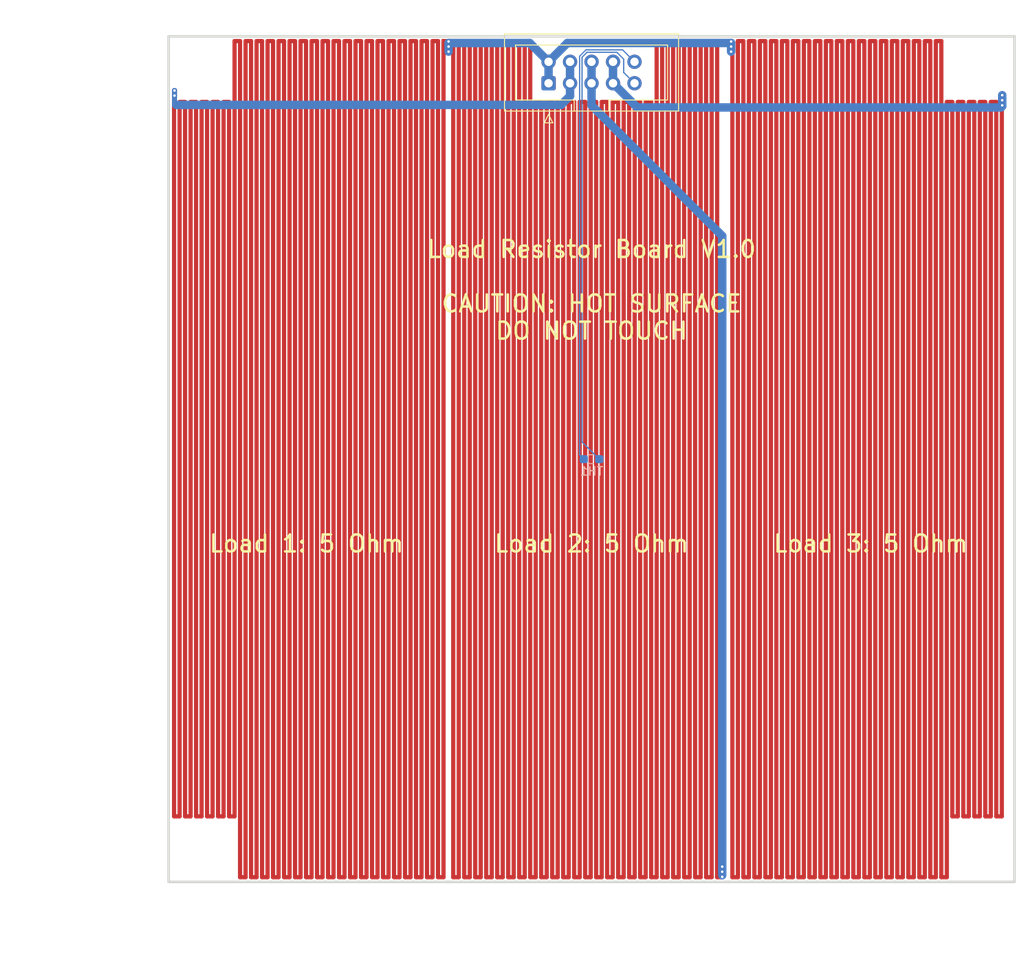
<source format=kicad_pcb>
(kicad_pcb (version 20171130) (host pcbnew "(5.1.10)-1")

  (general
    (thickness 1.6)
    (drawings 10)
    (tracks 350)
    (zones 0)
    (modules 6)
    (nets 4)
  )

  (page A4)
  (layers
    (0 F.Cu signal)
    (31 B.Cu signal)
    (32 B.Adhes user)
    (33 F.Adhes user)
    (34 B.Paste user)
    (35 F.Paste user)
    (36 B.SilkS user)
    (37 F.SilkS user)
    (38 B.Mask user)
    (39 F.Mask user)
    (40 Dwgs.User user)
    (41 Cmts.User user)
    (42 Eco1.User user)
    (43 Eco2.User user)
    (44 Edge.Cuts user)
    (45 Margin user)
    (46 B.CrtYd user)
    (47 F.CrtYd user)
    (48 B.Fab user)
    (49 F.Fab user)
  )

  (setup
    (last_trace_width 0.13)
    (user_trace_width 0.15)
    (user_trace_width 0.5)
    (user_trace_width 0.6)
    (user_trace_width 1)
    (user_trace_width 3)
    (trace_clearance 0.13)
    (zone_clearance 0)
    (zone_45_only no)
    (trace_min 0.13)
    (via_size 0.6)
    (via_drill 0.3)
    (via_min_size 0.6)
    (via_min_drill 0.3)
    (user_via 0.6 0.3)
    (uvia_size 0.3)
    (uvia_drill 0.1)
    (uvias_allowed no)
    (uvia_min_size 0.2)
    (uvia_min_drill 0.1)
    (edge_width 0.05)
    (segment_width 0.2)
    (pcb_text_width 0.3)
    (pcb_text_size 1.5 1.5)
    (mod_edge_width 0.12)
    (mod_text_size 1 1)
    (mod_text_width 0.15)
    (pad_size 1.524 1.524)
    (pad_drill 0.762)
    (pad_to_mask_clearance 0)
    (aux_axis_origin 0 0)
    (visible_elements 7FFFFFFF)
    (pcbplotparams
      (layerselection 0x3f1fc_ffffffff)
      (usegerberextensions false)
      (usegerberattributes true)
      (usegerberadvancedattributes true)
      (creategerberjobfile true)
      (excludeedgelayer true)
      (linewidth 0.100000)
      (plotframeref false)
      (viasonmask true)
      (mode 1)
      (useauxorigin false)
      (hpglpennumber 1)
      (hpglpenspeed 20)
      (hpglpendiameter 15.000000)
      (psnegative false)
      (psa4output false)
      (plotreference true)
      (plotvalue true)
      (plotinvisibletext false)
      (padsonsilk false)
      (subtractmaskfromsilk false)
      (outputformat 1)
      (mirror false)
      (drillshape 0)
      (scaleselection 1)
      (outputdirectory "Gerber/"))
  )

  (net 0 "")
  (net 1 GND)
  (net 2 /NTC_ext)
  (net 3 /Loads)

  (net_class Default "This is the default net class."
    (clearance 0.13)
    (trace_width 0.13)
    (via_dia 0.6)
    (via_drill 0.3)
    (uvia_dia 0.3)
    (uvia_drill 0.1)
    (add_net /Loads)
    (add_net /NTC_ext)
    (add_net GND)
  )

  (module Resistor_SMD:R_0603_1608Metric_Pad0.98x0.95mm_HandSolder (layer B.Cu) (tedit 5F68FEEE) (tstamp 610AD867)
    (at 100 100)
    (descr "Resistor SMD 0603 (1608 Metric), square (rectangular) end terminal, IPC_7351 nominal with elongated pad for handsoldering. (Body size source: IPC-SM-782 page 72, https://www.pcb-3d.com/wordpress/wp-content/uploads/ipc-sm-782a_amendment_1_and_2.pdf), generated with kicad-footprint-generator")
    (tags "resistor handsolder")
    (path /610A81AB)
    (attr smd)
    (fp_text reference TH1 (at 0 1.43) (layer B.SilkS)
      (effects (font (size 1 1) (thickness 0.15)) (justify mirror))
    )
    (fp_text value Thermistor_NTC (at 0 -1.43) (layer B.Fab)
      (effects (font (size 1 1) (thickness 0.15)) (justify mirror))
    )
    (fp_line (start -0.8 -0.4125) (end -0.8 0.4125) (layer B.Fab) (width 0.1))
    (fp_line (start -0.8 0.4125) (end 0.8 0.4125) (layer B.Fab) (width 0.1))
    (fp_line (start 0.8 0.4125) (end 0.8 -0.4125) (layer B.Fab) (width 0.1))
    (fp_line (start 0.8 -0.4125) (end -0.8 -0.4125) (layer B.Fab) (width 0.1))
    (fp_line (start -0.254724 0.5225) (end 0.254724 0.5225) (layer B.SilkS) (width 0.12))
    (fp_line (start -0.254724 -0.5225) (end 0.254724 -0.5225) (layer B.SilkS) (width 0.12))
    (fp_line (start -1.65 -0.73) (end -1.65 0.73) (layer B.CrtYd) (width 0.05))
    (fp_line (start -1.65 0.73) (end 1.65 0.73) (layer B.CrtYd) (width 0.05))
    (fp_line (start 1.65 0.73) (end 1.65 -0.73) (layer B.CrtYd) (width 0.05))
    (fp_line (start 1.65 -0.73) (end -1.65 -0.73) (layer B.CrtYd) (width 0.05))
    (fp_text user %R (at 0 0) (layer B.Fab)
      (effects (font (size 0.4 0.4) (thickness 0.06)) (justify mirror))
    )
    (pad 2 smd roundrect (at 0.9125 0) (size 0.975 0.95) (layers B.Cu B.Paste B.Mask) (roundrect_rratio 0.25)
      (net 2 /NTC_ext))
    (pad 1 smd roundrect (at -0.9125 0) (size 0.975 0.95) (layers B.Cu B.Paste B.Mask) (roundrect_rratio 0.25)
      (net 1 GND))
    (model ${KISYS3DMOD}/Resistor_SMD.3dshapes/R_0603_1608Metric.wrl
      (at (xyz 0 0 0))
      (scale (xyz 1 1 1))
      (rotate (xyz 0 0 0))
    )
  )

  (module Connector_IDC:IDC-Header_2x05_P2.54mm_Vertical (layer F.Cu) (tedit 5EAC9A07) (tstamp 61071B00)
    (at 94.92 55.54 90)
    (descr "Through hole IDC box header, 2x05, 2.54mm pitch, DIN 41651 / IEC 60603-13, double rows, https://docs.google.com/spreadsheets/d/16SsEcesNF15N3Lb4niX7dcUr-NY5_MFPQhobNuNppn4/edit#gid=0")
    (tags "Through hole vertical IDC box header THT 2x05 2.54mm double row")
    (path /61069FAE)
    (fp_text reference J1 (at 1.27 -6.1 90) (layer F.SilkS) hide
      (effects (font (size 1 1) (thickness 0.15)))
    )
    (fp_text value Conn_02x05_Odd_Even (at 1.27 16.26 90) (layer F.Fab)
      (effects (font (size 1 1) (thickness 0.15)))
    )
    (fp_line (start 6.22 -5.6) (end -3.68 -5.6) (layer F.CrtYd) (width 0.05))
    (fp_line (start 6.22 15.76) (end 6.22 -5.6) (layer F.CrtYd) (width 0.05))
    (fp_line (start -3.68 15.76) (end 6.22 15.76) (layer F.CrtYd) (width 0.05))
    (fp_line (start -3.68 -5.6) (end -3.68 15.76) (layer F.CrtYd) (width 0.05))
    (fp_line (start -4.68 0.5) (end -3.68 0) (layer F.SilkS) (width 0.12))
    (fp_line (start -4.68 -0.5) (end -4.68 0.5) (layer F.SilkS) (width 0.12))
    (fp_line (start -3.68 0) (end -4.68 -0.5) (layer F.SilkS) (width 0.12))
    (fp_line (start -1.98 7.13) (end -3.29 7.13) (layer F.SilkS) (width 0.12))
    (fp_line (start -1.98 7.13) (end -1.98 7.13) (layer F.SilkS) (width 0.12))
    (fp_line (start -1.98 14.07) (end -1.98 7.13) (layer F.SilkS) (width 0.12))
    (fp_line (start 4.52 14.07) (end -1.98 14.07) (layer F.SilkS) (width 0.12))
    (fp_line (start 4.52 -3.91) (end 4.52 14.07) (layer F.SilkS) (width 0.12))
    (fp_line (start -1.98 -3.91) (end 4.52 -3.91) (layer F.SilkS) (width 0.12))
    (fp_line (start -1.98 3.03) (end -1.98 -3.91) (layer F.SilkS) (width 0.12))
    (fp_line (start -3.29 3.03) (end -1.98 3.03) (layer F.SilkS) (width 0.12))
    (fp_line (start -3.29 15.37) (end -3.29 -5.21) (layer F.SilkS) (width 0.12))
    (fp_line (start 5.83 15.37) (end -3.29 15.37) (layer F.SilkS) (width 0.12))
    (fp_line (start 5.83 -5.21) (end 5.83 15.37) (layer F.SilkS) (width 0.12))
    (fp_line (start -3.29 -5.21) (end 5.83 -5.21) (layer F.SilkS) (width 0.12))
    (fp_line (start -1.98 7.13) (end -3.18 7.13) (layer F.Fab) (width 0.1))
    (fp_line (start -1.98 7.13) (end -1.98 7.13) (layer F.Fab) (width 0.1))
    (fp_line (start -1.98 14.07) (end -1.98 7.13) (layer F.Fab) (width 0.1))
    (fp_line (start 4.52 14.07) (end -1.98 14.07) (layer F.Fab) (width 0.1))
    (fp_line (start 4.52 -3.91) (end 4.52 14.07) (layer F.Fab) (width 0.1))
    (fp_line (start -1.98 -3.91) (end 4.52 -3.91) (layer F.Fab) (width 0.1))
    (fp_line (start -1.98 3.03) (end -1.98 -3.91) (layer F.Fab) (width 0.1))
    (fp_line (start -3.18 3.03) (end -1.98 3.03) (layer F.Fab) (width 0.1))
    (fp_line (start -3.18 15.26) (end -3.18 -4.1) (layer F.Fab) (width 0.1))
    (fp_line (start 5.72 15.26) (end -3.18 15.26) (layer F.Fab) (width 0.1))
    (fp_line (start 5.72 -5.1) (end 5.72 15.26) (layer F.Fab) (width 0.1))
    (fp_line (start -2.18 -5.1) (end 5.72 -5.1) (layer F.Fab) (width 0.1))
    (fp_line (start -3.18 -4.1) (end -2.18 -5.1) (layer F.Fab) (width 0.1))
    (fp_text user %R (at 1.27 5.08) (layer F.Fab)
      (effects (font (size 1 1) (thickness 0.15)))
    )
    (pad 10 thru_hole circle (at 2.54 10.16 90) (size 1.7 1.7) (drill 1) (layers *.Cu *.Mask)
      (net 1 GND))
    (pad 8 thru_hole circle (at 2.54 7.62 90) (size 1.7 1.7) (drill 1) (layers *.Cu *.Mask)
      (net 3 /Loads))
    (pad 6 thru_hole circle (at 2.54 5.08 90) (size 1.7 1.7) (drill 1) (layers *.Cu *.Mask)
      (net 3 /Loads))
    (pad 4 thru_hole circle (at 2.54 2.54 90) (size 1.7 1.7) (drill 1) (layers *.Cu *.Mask)
      (net 3 /Loads))
    (pad 2 thru_hole circle (at 2.54 0 90) (size 1.7 1.7) (drill 1) (layers *.Cu *.Mask)
      (net 3 /Loads))
    (pad 9 thru_hole circle (at 0 10.16 90) (size 1.7 1.7) (drill 1) (layers *.Cu *.Mask)
      (net 2 /NTC_ext))
    (pad 7 thru_hole circle (at 0 7.62 90) (size 1.7 1.7) (drill 1) (layers *.Cu *.Mask)
      (net 3 /Loads))
    (pad 5 thru_hole circle (at 0 5.08 90) (size 1.7 1.7) (drill 1) (layers *.Cu *.Mask)
      (net 3 /Loads))
    (pad 3 thru_hole circle (at 0 2.54 90) (size 1.7 1.7) (drill 1) (layers *.Cu *.Mask)
      (net 3 /Loads))
    (pad 1 thru_hole roundrect (at 0 0 90) (size 1.7 1.7) (drill 1) (layers *.Cu *.Mask) (roundrect_rratio 0.1470588235294118)
      (net 3 /Loads))
    (model ${KISYS3DMOD}/Connector_IDC.3dshapes/IDC-Header_2x05_P2.54mm_Vertical.wrl
      (at (xyz 0 0 0))
      (scale (xyz 1 1 1))
      (rotate (xyz 0 0 0))
    )
  )

  (module MountingHole:MountingHole_3.2mm_M3 (layer F.Cu) (tedit 56D1B4CB) (tstamp 61071AD1)
    (at 146 146)
    (descr "Mounting Hole 3.2mm, no annular, M3")
    (tags "mounting hole 3.2mm no annular m3")
    (path /6106DE57)
    (attr virtual)
    (fp_text reference H4 (at 0 -4.2) (layer F.SilkS) hide
      (effects (font (size 1 1) (thickness 0.15)))
    )
    (fp_text value MountingHole (at 0 4.2) (layer F.Fab)
      (effects (font (size 1 1) (thickness 0.15)))
    )
    (fp_circle (center 0 0) (end 3.45 0) (layer F.CrtYd) (width 0.05))
    (fp_circle (center 0 0) (end 3.2 0) (layer Cmts.User) (width 0.15))
    (fp_text user %R (at 0.3 0) (layer F.Fab)
      (effects (font (size 1 1) (thickness 0.15)))
    )
    (pad 1 np_thru_hole circle (at 0 0) (size 3.2 3.2) (drill 3.2) (layers *.Cu *.Mask))
  )

  (module MountingHole:MountingHole_3.2mm_M3 (layer F.Cu) (tedit 56D1B4CB) (tstamp 61071AC9)
    (at 54 146)
    (descr "Mounting Hole 3.2mm, no annular, M3")
    (tags "mounting hole 3.2mm no annular m3")
    (path /6106DC5F)
    (attr virtual)
    (fp_text reference H3 (at 0 -4.2) (layer F.SilkS) hide
      (effects (font (size 1 1) (thickness 0.15)))
    )
    (fp_text value MountingHole (at 0 4.2) (layer F.Fab)
      (effects (font (size 1 1) (thickness 0.15)))
    )
    (fp_circle (center 0 0) (end 3.45 0) (layer F.CrtYd) (width 0.05))
    (fp_circle (center 0 0) (end 3.2 0) (layer Cmts.User) (width 0.15))
    (fp_text user %R (at 0.3 0) (layer F.Fab)
      (effects (font (size 1 1) (thickness 0.15)))
    )
    (pad 1 np_thru_hole circle (at 0 0) (size 3.2 3.2) (drill 3.2) (layers *.Cu *.Mask))
  )

  (module MountingHole:MountingHole_3.2mm_M3 (layer F.Cu) (tedit 56D1B4CB) (tstamp 61071AC1)
    (at 146 54)
    (descr "Mounting Hole 3.2mm, no annular, M3")
    (tags "mounting hole 3.2mm no annular m3")
    (path /6106DA4A)
    (attr virtual)
    (fp_text reference H2 (at 0 -4.2) (layer F.SilkS) hide
      (effects (font (size 1 1) (thickness 0.15)))
    )
    (fp_text value MountingHole (at 0 4.2) (layer F.Fab)
      (effects (font (size 1 1) (thickness 0.15)))
    )
    (fp_circle (center 0 0) (end 3.45 0) (layer F.CrtYd) (width 0.05))
    (fp_circle (center 0 0) (end 3.2 0) (layer Cmts.User) (width 0.15))
    (fp_text user %R (at 0.3 0) (layer F.Fab)
      (effects (font (size 1 1) (thickness 0.15)))
    )
    (pad 1 np_thru_hole circle (at 0 0) (size 3.2 3.2) (drill 3.2) (layers *.Cu *.Mask))
  )

  (module MountingHole:MountingHole_3.2mm_M3 (layer F.Cu) (tedit 56D1B4CB) (tstamp 61071AB9)
    (at 54 54)
    (descr "Mounting Hole 3.2mm, no annular, M3")
    (tags "mounting hole 3.2mm no annular m3")
    (path /6106C733)
    (attr virtual)
    (fp_text reference H1 (at 0 -4.2) (layer F.SilkS) hide
      (effects (font (size 1 1) (thickness 0.15)))
    )
    (fp_text value MountingHole (at 0 4.2) (layer F.Fab)
      (effects (font (size 1 1) (thickness 0.15)))
    )
    (fp_circle (center 0 0) (end 3.45 0) (layer F.CrtYd) (width 0.05))
    (fp_circle (center 0 0) (end 3.2 0) (layer Cmts.User) (width 0.15))
    (fp_text user %R (at 0.3 0) (layer F.Fab)
      (effects (font (size 1 1) (thickness 0.15)))
    )
    (pad 1 np_thru_hole circle (at 0 0) (size 3.2 3.2) (drill 3.2) (layers *.Cu *.Mask))
  )

  (gr_text "Load Resistor Board V1.0\n\nCAUTION: HOT SURFACE\nDO NOT TOUCH" (at 100 80) (layer F.SilkS) (tstamp 610AE156)
    (effects (font (size 2 2) (thickness 0.3)))
  )
  (dimension 100 (width 0.15) (layer Dwgs.User)
    (gr_text "100,000 mm" (at 100 161.299999) (layer Dwgs.User)
      (effects (font (size 2 2) (thickness 0.3)))
    )
    (feature1 (pts (xy 150 150) (xy 150 160.58642)))
    (feature2 (pts (xy 50 150) (xy 50 160.58642)))
    (crossbar (pts (xy 50 159.999999) (xy 150 159.999999)))
    (arrow1a (pts (xy 150 159.999999) (xy 148.873496 160.58642)))
    (arrow1b (pts (xy 150 159.999999) (xy 148.873496 159.413578)))
    (arrow2a (pts (xy 50 159.999999) (xy 51.126504 160.58642)))
    (arrow2b (pts (xy 50 159.999999) (xy 51.126504 159.413578)))
  )
  (dimension 100 (width 0.15) (layer Dwgs.User)
    (gr_text "100,000 mm" (at 38.7 100 90) (layer Dwgs.User)
      (effects (font (size 2 2) (thickness 0.3)))
    )
    (feature1 (pts (xy 50 50) (xy 39.413579 50)))
    (feature2 (pts (xy 50 150) (xy 39.413579 150)))
    (crossbar (pts (xy 40 150) (xy 40 50)))
    (arrow1a (pts (xy 40 50) (xy 40.586421 51.126504)))
    (arrow1b (pts (xy 40 50) (xy 39.413579 51.126504)))
    (arrow2a (pts (xy 40 150) (xy 40.586421 148.873496)))
    (arrow2b (pts (xy 40 150) (xy 39.413579 148.873496)))
  )
  (gr_text "Load 3: 5 Ohm" (at 133 110) (layer F.SilkS) (tstamp 610ADF08)
    (effects (font (size 2 2) (thickness 0.3)))
  )
  (gr_text "Load 2: 5 Ohm" (at 100 110) (layer F.SilkS) (tstamp 610ADE5B)
    (effects (font (size 2 2) (thickness 0.3)))
  )
  (gr_text "Load 1: 5 Ohm" (at 66.3 110) (layer F.SilkS)
    (effects (font (size 2 2) (thickness 0.3)))
  )
  (gr_line (start 150 50) (end 150 150) (layer Edge.Cuts) (width 0.3))
  (gr_line (start 50 50) (end 150 50) (layer Edge.Cuts) (width 0.3))
  (gr_line (start 50 150) (end 50 50) (layer Edge.Cuts) (width 0.3))
  (gr_line (start 150 150) (end 50 150) (layer Edge.Cuts) (width 0.3))

  (segment (start 98.58999 99.50249) (end 99.0875 100) (width 0.15) (layer B.Cu) (net 1))
  (segment (start 98.58999 52.344904) (end 98.58999 99.50249) (width 0.15) (layer B.Cu) (net 1))
  (segment (start 99.344904 51.58999) (end 98.58999 52.344904) (width 0.15) (layer B.Cu) (net 1))
  (segment (start 103.669989 51.589989) (end 99.344904 51.58999) (width 0.15) (layer B.Cu) (net 1))
  (segment (start 105.08 53) (end 103.669989 51.589989) (width 0.15) (layer B.Cu) (net 1))
  (segment (start 103.8 52.688978) (end 103.8 54.26) (width 0.15) (layer B.Cu) (net 2))
  (segment (start 100.9125 100) (end 98.8765 97.964) (width 0.15) (layer B.Cu) (net 2))
  (segment (start 98.8765 97.964) (end 98.8765 52.46358) (width 0.15) (layer B.Cu) (net 2))
  (segment (start 98.8765 52.46358) (end 99.463582 51.876498) (width 0.15) (layer B.Cu) (net 2))
  (segment (start 99.463582 51.876498) (end 102.987521 51.876498) (width 0.15) (layer B.Cu) (net 2))
  (segment (start 103.8 54.26) (end 105.08 55.54) (width 0.15) (layer B.Cu) (net 2))
  (segment (start 102.987521 51.876498) (end 103.8 52.688978) (width 0.15) (layer B.Cu) (net 2))
  (via (at 115.45 148.2) (size 0.6) (drill 0.3) (layers F.Cu B.Cu) (net 3) (tstamp 610AE095))
  (via (at 148.55 58.15) (size 0.6) (drill 0.3) (layers F.Cu B.Cu) (net 3) (tstamp 610AE095))
  (via (at 116.5 51.8) (size 0.6) (drill 0.3) (layers F.Cu B.Cu) (net 3) (tstamp 610AE095))
  (via (at 83.1 51.8) (size 0.6) (drill 0.3) (layers F.Cu B.Cu) (net 3) (tstamp 610AE089))
  (via (at 115.45 148.8) (size 0.6) (drill 0.3) (layers F.Cu B.Cu) (net 3) (tstamp 610ADEB9))
  (via (at 116.5 51.2) (size 0.6) (drill 0.3) (layers F.Cu B.Cu) (net 3) (tstamp 610ADA3A))
  (via (at 50.7 57) (size 0.6) (drill 0.3) (layers F.Cu B.Cu) (net 3))
  (via (at 50.7 56.4) (size 0.6) (drill 0.3) (layers F.Cu B.Cu) (net 3))
  (segment (start 94.92 55.54) (end 94.92 53) (width 1) (layer B.Cu) (net 3))
  (segment (start 97.46 55.54) (end 97.46 53) (width 1) (layer B.Cu) (net 3))
  (segment (start 100 55.54) (end 100 53) (width 1) (layer B.Cu) (net 3))
  (segment (start 102.54 55.54) (end 102.54 53) (width 1) (layer B.Cu) (net 3))
  (segment (start 116.5975 50.4975) (end 116.5975 50.8025) (width 0.395) (layer F.Cu) (net 3))
  (via (at 83.1 50.6) (size 0.6) (drill 0.3) (layers F.Cu B.Cu) (net 3))
  (via (at 83.1 51.2) (size 0.6) (drill 0.3) (layers F.Cu B.Cu) (net 3))
  (segment (start 97.46 55.54) (end 97.46 57.04) (width 1) (layer B.Cu) (net 3))
  (segment (start 97.46 57.04) (end 96.4 58.1) (width 1) (layer B.Cu) (net 3))
  (segment (start 96.4 58.1) (end 50.9 58.1) (width 1) (layer B.Cu) (net 3))
  (segment (start 50.7 56.4) (end 50.7 58.1) (width 0.6) (layer B.Cu) (net 3))
  (segment (start 50.7 56.4) (end 50.7 57) (width 0.6) (layer F.Cu) (net 3))
  (via (at 116.5 50.6) (size 0.6) (drill 0.3) (layers F.Cu B.Cu) (net 3))
  (segment (start 94.92 53) (end 97.13999 50.78001) (width 1) (layer B.Cu) (net 3))
  (segment (start 116.5 51.2) (end 116.5 50.6) (width 0.6) (layer B.Cu) (net 3))
  (segment (start 97.13999 50.78001) (end 116.5 50.78001) (width 1) (layer B.Cu) (net 3))
  (segment (start 94.92 53) (end 92.70001 50.78001) (width 1) (layer B.Cu) (net 3))
  (segment (start 92.70001 50.78001) (end 83.1 50.78001) (width 1) (layer B.Cu) (net 3))
  (via (at 148.55 57.55) (size 0.6) (drill 0.3) (layers F.Cu B.Cu) (net 3))
  (via (at 148.55 56.95) (size 0.6) (drill 0.3) (layers F.Cu B.Cu) (net 3))
  (via (at 115.45 149.4) (size 0.6) (drill 0.3) (layers F.Cu B.Cu) (net 3))
  (segment (start 115.45 73.6) (end 115.45 149.21999) (width 1) (layer B.Cu) (net 3))
  (segment (start 100 58.15) (end 115.45 73.6) (width 1) (layer B.Cu) (net 3))
  (segment (start 100 55.54) (end 100 58.15) (width 1) (layer B.Cu) (net 3))
  (segment (start 83.1 51.8) (end 83.1 50.78001) (width 1) (layer B.Cu) (net 3))
  (segment (start 116.5 51.8) (end 116.5 50.78001) (width 1) (layer B.Cu) (net 3))
  (segment (start 102.54 55.54) (end 105.4 58.4) (width 1) (layer B.Cu) (net 3))
  (segment (start 115.45 148.2) (end 115.45 149.4) (width 0.6) (layer F.Cu) (net 3))
  (segment (start 116.5 50.6) (end 116.5 51.8) (width 0.6) (layer F.Cu) (net 3))
  (segment (start 83.65 50.55) (end 83.65 149.45) (width 0.5) (layer F.Cu) (net 3))
  (segment (start 83.65 149.45) (end 84.3 149.45) (width 0.5) (layer F.Cu) (net 3))
  (segment (start 84.3 50.55) (end 84.3 149.45) (width 0.5) (layer F.Cu) (net 3))
  (segment (start 84.3 50.55) (end 84.95 50.55) (width 0.5) (layer F.Cu) (net 3))
  (segment (start 84.95 50.55) (end 84.95 149.45) (width 0.5) (layer F.Cu) (net 3))
  (segment (start 84.95 149.45) (end 85.6 149.45) (width 0.5) (layer F.Cu) (net 3))
  (segment (start 85.6 50.55) (end 85.6 149.45) (width 0.5) (layer F.Cu) (net 3))
  (segment (start 85.6 50.55) (end 86.25 50.55) (width 0.5) (layer F.Cu) (net 3))
  (segment (start 86.25 50.55) (end 86.25 149.45) (width 0.5) (layer F.Cu) (net 3))
  (segment (start 86.25 149.45) (end 86.9 149.45) (width 0.5) (layer F.Cu) (net 3))
  (segment (start 86.9 50.55) (end 86.9 149.45) (width 0.5) (layer F.Cu) (net 3))
  (segment (start 86.9 50.55) (end 87.55 50.55) (width 0.5) (layer F.Cu) (net 3))
  (segment (start 87.55 50.55) (end 87.55 149.45) (width 0.5) (layer F.Cu) (net 3))
  (segment (start 87.55 149.45) (end 88.2 149.45) (width 0.5) (layer F.Cu) (net 3))
  (segment (start 88.2 50.55) (end 88.2 149.45) (width 0.5) (layer F.Cu) (net 3))
  (segment (start 88.2 50.55) (end 88.85 50.55) (width 0.5) (layer F.Cu) (net 3))
  (segment (start 88.85 50.55) (end 88.85 149.45) (width 0.5) (layer F.Cu) (net 3))
  (segment (start 88.85 149.45) (end 89.5 149.45) (width 0.5) (layer F.Cu) (net 3))
  (segment (start 89.5 50.55) (end 89.5 149.45) (width 0.5) (layer F.Cu) (net 3))
  (segment (start 89.5 50.55) (end 90.15 50.55) (width 0.5) (layer F.Cu) (net 3))
  (segment (start 90.15 50.55) (end 90.15 149.45) (width 0.5) (layer F.Cu) (net 3))
  (segment (start 90.15 149.45) (end 90.8 149.45) (width 0.5) (layer F.Cu) (net 3))
  (segment (start 90.8 50.55) (end 90.8 149.45) (width 0.5) (layer F.Cu) (net 3))
  (segment (start 90.8 50.55) (end 91.45 50.55) (width 0.5) (layer F.Cu) (net 3))
  (segment (start 91.45 50.55) (end 91.45 149.45) (width 0.5) (layer F.Cu) (net 3))
  (segment (start 91.45 149.45) (end 92.1 149.45) (width 0.5) (layer F.Cu) (net 3))
  (segment (start 92.1 50.55) (end 92.1 149.45) (width 0.5) (layer F.Cu) (net 3))
  (segment (start 92.1 50.55) (end 92.75 50.55) (width 0.5) (layer F.Cu) (net 3))
  (segment (start 92.75 50.55) (end 92.75 149.45) (width 0.5) (layer F.Cu) (net 3))
  (segment (start 92.75 149.45) (end 93.4 149.45) (width 0.5) (layer F.Cu) (net 3))
  (segment (start 93.4 57.75) (end 93.4 149.45) (width 0.5) (layer F.Cu) (net 3))
  (segment (start 93.4 57.75) (end 94.05 57.75) (width 0.5) (layer F.Cu) (net 3))
  (segment (start 94.05 57.75) (end 94.05 149.45) (width 0.5) (layer F.Cu) (net 3))
  (segment (start 94.05 149.45) (end 94.7 149.45) (width 0.5) (layer F.Cu) (net 3))
  (segment (start 94.7 57.75) (end 94.7 149.45) (width 0.5) (layer F.Cu) (net 3))
  (segment (start 94.7 57.75) (end 95.35 57.75) (width 0.5) (layer F.Cu) (net 3))
  (segment (start 95.35 57.75) (end 95.35 149.45) (width 0.5) (layer F.Cu) (net 3))
  (segment (start 95.35 149.45) (end 96 149.45) (width 0.5) (layer F.Cu) (net 3))
  (segment (start 96 57.75) (end 96 149.45) (width 0.5) (layer F.Cu) (net 3))
  (segment (start 96 57.75) (end 96.65 57.75) (width 0.5) (layer F.Cu) (net 3))
  (segment (start 96.65 57.75) (end 96.65 149.45) (width 0.5) (layer F.Cu) (net 3))
  (segment (start 96.65 149.45) (end 97.3 149.45) (width 0.5) (layer F.Cu) (net 3))
  (segment (start 97.3 57.75) (end 97.3 149.45) (width 0.5) (layer F.Cu) (net 3))
  (segment (start 97.3 57.75) (end 97.95 57.75) (width 0.5) (layer F.Cu) (net 3))
  (segment (start 97.95 57.75) (end 97.95 149.45) (width 0.5) (layer F.Cu) (net 3))
  (segment (start 97.95 149.45) (end 98.6 149.45) (width 0.5) (layer F.Cu) (net 3))
  (segment (start 98.6 57.75) (end 98.6 149.45) (width 0.5) (layer F.Cu) (net 3))
  (segment (start 98.6 57.75) (end 99.25 57.75) (width 0.5) (layer F.Cu) (net 3))
  (segment (start 99.25 57.75) (end 99.25 149.45) (width 0.5) (layer F.Cu) (net 3))
  (segment (start 99.25 149.45) (end 99.9 149.45) (width 0.5) (layer F.Cu) (net 3))
  (segment (start 99.9 57.75) (end 99.9 149.45) (width 0.5) (layer F.Cu) (net 3))
  (segment (start 99.9 57.75) (end 100.55 57.75) (width 0.5) (layer F.Cu) (net 3))
  (segment (start 100.55 57.75) (end 100.55 149.45) (width 0.5) (layer F.Cu) (net 3))
  (segment (start 100.55 149.45) (end 101.2 149.45) (width 0.5) (layer F.Cu) (net 3))
  (segment (start 101.2 57.75) (end 101.2 149.45) (width 0.5) (layer F.Cu) (net 3))
  (segment (start 101.2 57.75) (end 101.85 57.75) (width 0.5) (layer F.Cu) (net 3))
  (segment (start 101.85 57.75) (end 101.85 149.45) (width 0.5) (layer F.Cu) (net 3))
  (segment (start 101.85 149.45) (end 102.5 149.45) (width 0.5) (layer F.Cu) (net 3))
  (segment (start 102.5 57.75) (end 102.5 149.45) (width 0.5) (layer F.Cu) (net 3))
  (segment (start 102.5 57.75) (end 103.15 57.75) (width 0.5) (layer F.Cu) (net 3))
  (segment (start 103.15 57.75) (end 103.15 149.45) (width 0.5) (layer F.Cu) (net 3))
  (segment (start 103.15 149.45) (end 103.8 149.45) (width 0.5) (layer F.Cu) (net 3))
  (segment (start 103.8 57.75) (end 103.8 149.45) (width 0.5) (layer F.Cu) (net 3))
  (segment (start 103.8 57.75) (end 104.45 57.75) (width 0.5) (layer F.Cu) (net 3))
  (segment (start 104.45 57.75) (end 104.45 149.45) (width 0.5) (layer F.Cu) (net 3))
  (segment (start 104.45 149.45) (end 105.1 149.45) (width 0.5) (layer F.Cu) (net 3))
  (segment (start 105.1 57.75) (end 105.1 149.45) (width 0.5) (layer F.Cu) (net 3))
  (segment (start 105.1 57.75) (end 105.75 57.75) (width 0.5) (layer F.Cu) (net 3))
  (segment (start 105.75 57.75) (end 105.75 149.45) (width 0.5) (layer F.Cu) (net 3))
  (segment (start 105.75 149.45) (end 106.4 149.45) (width 0.5) (layer F.Cu) (net 3))
  (segment (start 106.4 57.75) (end 106.4 149.45) (width 0.5) (layer F.Cu) (net 3))
  (segment (start 106.4 57.75) (end 107.05 57.75) (width 0.5) (layer F.Cu) (net 3))
  (segment (start 107.05 57.75) (end 107.05 149.45) (width 0.5) (layer F.Cu) (net 3))
  (segment (start 107.05 149.45) (end 107.7 149.45) (width 0.5) (layer F.Cu) (net 3))
  (segment (start 107.7 50.55) (end 107.7 149.45) (width 0.5) (layer F.Cu) (net 3))
  (segment (start 107.7 50.55) (end 108.35 50.55) (width 0.5) (layer F.Cu) (net 3))
  (segment (start 108.35 50.55) (end 108.35 149.45) (width 0.5) (layer F.Cu) (net 3))
  (segment (start 108.35 149.45) (end 109 149.45) (width 0.5) (layer F.Cu) (net 3))
  (segment (start 109 50.55) (end 109 149.45) (width 0.5) (layer F.Cu) (net 3))
  (segment (start 109 50.55) (end 109.65 50.55) (width 0.5) (layer F.Cu) (net 3))
  (segment (start 109.65 50.55) (end 109.65 149.45) (width 0.5) (layer F.Cu) (net 3))
  (segment (start 109.65 149.45) (end 110.3 149.45) (width 0.5) (layer F.Cu) (net 3))
  (segment (start 110.3 50.55) (end 110.3 149.45) (width 0.5) (layer F.Cu) (net 3))
  (segment (start 110.3 50.55) (end 110.95 50.55) (width 0.5) (layer F.Cu) (net 3))
  (segment (start 110.95 50.55) (end 110.95 149.45) (width 0.5) (layer F.Cu) (net 3))
  (segment (start 110.95 149.45) (end 111.6 149.45) (width 0.5) (layer F.Cu) (net 3))
  (segment (start 111.6 50.55) (end 111.6 149.45) (width 0.5) (layer F.Cu) (net 3))
  (segment (start 111.6 50.55) (end 112.25 50.55) (width 0.5) (layer F.Cu) (net 3))
  (segment (start 112.25 50.55) (end 112.25 149.45) (width 0.5) (layer F.Cu) (net 3))
  (segment (start 112.25 149.45) (end 112.9 149.45) (width 0.5) (layer F.Cu) (net 3))
  (segment (start 112.9 50.55) (end 112.9 149.45) (width 0.5) (layer F.Cu) (net 3))
  (segment (start 112.9 50.55) (end 113.55 50.55) (width 0.5) (layer F.Cu) (net 3))
  (segment (start 113.55 50.55) (end 113.55 149.45) (width 0.5) (layer F.Cu) (net 3))
  (segment (start 113.55 149.45) (end 114.2 149.45) (width 0.5) (layer F.Cu) (net 3))
  (segment (start 114.2 50.55) (end 114.2 149.45) (width 0.5) (layer F.Cu) (net 3))
  (segment (start 114.2 50.55) (end 114.85 50.55) (width 0.5) (layer F.Cu) (net 3))
  (segment (start 114.85 50.55) (end 114.85 149.45) (width 0.5) (layer F.Cu) (net 3))
  (segment (start 114.85 149.45) (end 115.5 149.45) (width 0.5) (layer F.Cu) (net 3))
  (segment (start 116.65 50.55) (end 116.65 149.45) (width 0.5) (layer F.Cu) (net 3))
  (segment (start 116.65 149.45) (end 117.3 149.45) (width 0.5) (layer F.Cu) (net 3))
  (segment (start 117.3 50.55) (end 117.3 149.45) (width 0.5) (layer F.Cu) (net 3))
  (segment (start 117.3 50.55) (end 117.95 50.55) (width 0.5) (layer F.Cu) (net 3))
  (segment (start 117.95 50.55) (end 117.95 149.45) (width 0.5) (layer F.Cu) (net 3))
  (segment (start 117.95 149.45) (end 118.6 149.45) (width 0.5) (layer F.Cu) (net 3))
  (segment (start 118.6 50.55) (end 118.6 149.45) (width 0.5) (layer F.Cu) (net 3))
  (segment (start 118.6 50.55) (end 119.25 50.55) (width 0.5) (layer F.Cu) (net 3))
  (segment (start 119.25 50.55) (end 119.25 149.45) (width 0.5) (layer F.Cu) (net 3))
  (segment (start 119.25 149.45) (end 119.9 149.45) (width 0.5) (layer F.Cu) (net 3))
  (segment (start 119.9 50.55) (end 119.9 149.45) (width 0.5) (layer F.Cu) (net 3))
  (segment (start 119.9 50.55) (end 120.55 50.55) (width 0.5) (layer F.Cu) (net 3))
  (segment (start 120.55 50.55) (end 120.55 149.45) (width 0.5) (layer F.Cu) (net 3))
  (segment (start 120.55 149.45) (end 121.2 149.45) (width 0.5) (layer F.Cu) (net 3))
  (segment (start 121.2 50.55) (end 121.2 149.45) (width 0.5) (layer F.Cu) (net 3))
  (segment (start 121.2 50.55) (end 121.85 50.55) (width 0.5) (layer F.Cu) (net 3))
  (segment (start 121.85 50.55) (end 121.85 149.45) (width 0.5) (layer F.Cu) (net 3))
  (segment (start 121.85 149.45) (end 122.5 149.45) (width 0.5) (layer F.Cu) (net 3))
  (segment (start 122.5 50.55) (end 122.5 149.45) (width 0.5) (layer F.Cu) (net 3))
  (segment (start 122.5 50.55) (end 123.15 50.55) (width 0.5) (layer F.Cu) (net 3))
  (segment (start 123.15 50.55) (end 123.15 149.45) (width 0.5) (layer F.Cu) (net 3))
  (segment (start 123.15 149.45) (end 123.8 149.45) (width 0.5) (layer F.Cu) (net 3))
  (segment (start 123.8 50.55) (end 123.8 149.45) (width 0.5) (layer F.Cu) (net 3))
  (segment (start 123.8 50.55) (end 124.45 50.55) (width 0.5) (layer F.Cu) (net 3))
  (segment (start 124.45 50.55) (end 124.45 149.45) (width 0.5) (layer F.Cu) (net 3))
  (segment (start 124.45 149.45) (end 125.1 149.45) (width 0.5) (layer F.Cu) (net 3))
  (segment (start 125.1 50.55) (end 125.1 149.45) (width 0.5) (layer F.Cu) (net 3))
  (segment (start 125.1 50.55) (end 125.75 50.55) (width 0.5) (layer F.Cu) (net 3))
  (segment (start 125.75 50.55) (end 125.75 149.45) (width 0.5) (layer F.Cu) (net 3))
  (segment (start 125.75 149.45) (end 126.4 149.45) (width 0.5) (layer F.Cu) (net 3))
  (segment (start 126.4 50.55) (end 126.4 149.45) (width 0.5) (layer F.Cu) (net 3))
  (segment (start 126.4 50.55) (end 127.05 50.55) (width 0.5) (layer F.Cu) (net 3))
  (segment (start 127.05 50.55) (end 127.05 149.45) (width 0.5) (layer F.Cu) (net 3))
  (segment (start 127.05 149.45) (end 127.7 149.45) (width 0.5) (layer F.Cu) (net 3))
  (segment (start 127.7 50.55) (end 127.7 149.45) (width 0.5) (layer F.Cu) (net 3))
  (segment (start 127.7 50.55) (end 128.35 50.55) (width 0.5) (layer F.Cu) (net 3))
  (segment (start 128.35 50.55) (end 128.35 149.45) (width 0.5) (layer F.Cu) (net 3))
  (segment (start 128.35 149.45) (end 129 149.45) (width 0.5) (layer F.Cu) (net 3))
  (segment (start 129 50.55) (end 129 149.45) (width 0.5) (layer F.Cu) (net 3))
  (segment (start 129 50.55) (end 129.65 50.55) (width 0.5) (layer F.Cu) (net 3))
  (segment (start 129.65 50.55) (end 129.65 149.45) (width 0.5) (layer F.Cu) (net 3))
  (segment (start 129.65 149.45) (end 130.3 149.45) (width 0.5) (layer F.Cu) (net 3))
  (segment (start 130.3 50.55) (end 130.3 149.45) (width 0.5) (layer F.Cu) (net 3))
  (segment (start 130.3 50.55) (end 130.95 50.55) (width 0.5) (layer F.Cu) (net 3))
  (segment (start 130.95 50.55) (end 130.95 149.45) (width 0.5) (layer F.Cu) (net 3))
  (segment (start 130.95 149.45) (end 131.6 149.45) (width 0.5) (layer F.Cu) (net 3))
  (segment (start 131.6 50.55) (end 131.6 149.45) (width 0.5) (layer F.Cu) (net 3))
  (segment (start 131.6 50.55) (end 132.25 50.55) (width 0.5) (layer F.Cu) (net 3))
  (segment (start 132.25 50.55) (end 132.25 149.45) (width 0.5) (layer F.Cu) (net 3))
  (segment (start 132.25 149.45) (end 132.9 149.45) (width 0.5) (layer F.Cu) (net 3))
  (segment (start 132.9 50.55) (end 132.9 149.45) (width 0.5) (layer F.Cu) (net 3))
  (segment (start 132.9 50.55) (end 133.55 50.55) (width 0.5) (layer F.Cu) (net 3))
  (segment (start 133.55 50.55) (end 133.55 149.45) (width 0.5) (layer F.Cu) (net 3))
  (segment (start 133.55 149.45) (end 134.2 149.45) (width 0.5) (layer F.Cu) (net 3))
  (segment (start 134.2 50.55) (end 134.2 149.45) (width 0.5) (layer F.Cu) (net 3))
  (segment (start 134.2 50.55) (end 134.85 50.55) (width 0.5) (layer F.Cu) (net 3))
  (segment (start 134.85 50.55) (end 134.85 149.45) (width 0.5) (layer F.Cu) (net 3))
  (segment (start 134.85 149.45) (end 135.5 149.45) (width 0.5) (layer F.Cu) (net 3))
  (segment (start 135.5 50.55) (end 135.5 149.45) (width 0.5) (layer F.Cu) (net 3))
  (segment (start 135.5 50.55) (end 136.15 50.55) (width 0.5) (layer F.Cu) (net 3))
  (segment (start 136.15 50.55) (end 136.15 149.45) (width 0.5) (layer F.Cu) (net 3))
  (segment (start 136.15 149.45) (end 136.8 149.45) (width 0.5) (layer F.Cu) (net 3))
  (segment (start 136.8 50.55) (end 136.8 149.45) (width 0.5) (layer F.Cu) (net 3))
  (segment (start 136.8 50.55) (end 137.45 50.55) (width 0.5) (layer F.Cu) (net 3))
  (segment (start 137.45 50.55) (end 137.45 149.45) (width 0.5) (layer F.Cu) (net 3))
  (segment (start 137.45 149.45) (end 138.1 149.45) (width 0.5) (layer F.Cu) (net 3))
  (segment (start 138.1 50.55) (end 138.1 149.45) (width 0.5) (layer F.Cu) (net 3))
  (segment (start 138.1 50.55) (end 138.75 50.55) (width 0.5) (layer F.Cu) (net 3))
  (segment (start 138.75 50.55) (end 138.75 149.45) (width 0.5) (layer F.Cu) (net 3))
  (segment (start 138.75 149.45) (end 139.4 149.45) (width 0.5) (layer F.Cu) (net 3))
  (segment (start 139.4 50.55) (end 139.4 149.45) (width 0.5) (layer F.Cu) (net 3))
  (segment (start 139.4 50.55) (end 140.05 50.55) (width 0.5) (layer F.Cu) (net 3))
  (segment (start 140.05 50.55) (end 140.05 149.45) (width 0.5) (layer F.Cu) (net 3))
  (segment (start 140.05 149.45) (end 140.7 149.45) (width 0.5) (layer F.Cu) (net 3))
  (segment (start 140.7 50.55) (end 140.7 149.45) (width 0.5) (layer F.Cu) (net 3))
  (segment (start 140.7 50.55) (end 141.35 50.55) (width 0.5) (layer F.Cu) (net 3))
  (segment (start 141.35 50.55) (end 141.35 149.45) (width 0.5) (layer F.Cu) (net 3))
  (segment (start 141.35 149.45) (end 142 149.45) (width 0.5) (layer F.Cu) (net 3))
  (segment (start 142 57.75) (end 142 149.45) (width 0.5) (layer F.Cu) (net 3))
  (segment (start 142 57.75) (end 142.65 57.75) (width 0.5) (layer F.Cu) (net 3))
  (segment (start 142.65 57.75) (end 142.65 142.25) (width 0.5) (layer F.Cu) (net 3))
  (segment (start 142.65 142.25) (end 143.3 142.25) (width 0.5) (layer F.Cu) (net 3))
  (segment (start 143.3 57.75) (end 143.3 142.25) (width 0.5) (layer F.Cu) (net 3))
  (segment (start 143.3 57.75) (end 143.95 57.75) (width 0.5) (layer F.Cu) (net 3))
  (segment (start 143.95 57.75) (end 143.95 142.25) (width 0.5) (layer F.Cu) (net 3))
  (segment (start 143.95 142.25) (end 144.6 142.25) (width 0.5) (layer F.Cu) (net 3))
  (segment (start 144.6 57.75) (end 144.6 142.25) (width 0.5) (layer F.Cu) (net 3))
  (segment (start 144.6 57.75) (end 145.25 57.75) (width 0.5) (layer F.Cu) (net 3))
  (segment (start 145.25 57.75) (end 145.25 142.25) (width 0.5) (layer F.Cu) (net 3))
  (segment (start 145.25 142.25) (end 145.9 142.25) (width 0.5) (layer F.Cu) (net 3))
  (segment (start 145.9 57.75) (end 145.9 142.25) (width 0.5) (layer F.Cu) (net 3))
  (segment (start 145.9 57.75) (end 146.55 57.75) (width 0.5) (layer F.Cu) (net 3))
  (segment (start 146.55 57.75) (end 146.55 142.25) (width 0.5) (layer F.Cu) (net 3))
  (segment (start 146.55 142.25) (end 147.2 142.25) (width 0.5) (layer F.Cu) (net 3))
  (segment (start 147.2 57.75) (end 147.2 142.25) (width 0.5) (layer F.Cu) (net 3))
  (segment (start 147.2 57.75) (end 147.85 57.75) (width 0.5) (layer F.Cu) (net 3))
  (segment (start 147.85 57.75) (end 147.85 142.25) (width 0.5) (layer F.Cu) (net 3))
  (segment (start 147.85 142.25) (end 148.5 142.25) (width 0.5) (layer F.Cu) (net 3))
  (segment (start 148.5 57.75) (end 148.5 142.25) (width 0.5) (layer F.Cu) (net 3))
  (segment (start 51.3 142.25) (end 50.65 142.25) (width 0.5) (layer F.Cu) (net 3))
  (segment (start 51.95 142.25) (end 51.95 57.75) (width 0.5) (layer F.Cu) (net 3))
  (segment (start 52.6 57.75) (end 52.6 142.25) (width 0.5) (layer F.Cu) (net 3))
  (segment (start 53.9 142.25) (end 53.25 142.25) (width 0.5) (layer F.Cu) (net 3))
  (segment (start 53.9 57.75) (end 53.9 142.25) (width 0.5) (layer F.Cu) (net 3))
  (segment (start 54.55 142.25) (end 54.55 57.75) (width 0.5) (layer F.Cu) (net 3))
  (segment (start 55.2 57.75) (end 55.2 142.25) (width 0.5) (layer F.Cu) (net 3))
  (segment (start 55.85 57.75) (end 55.2 57.75) (width 0.5) (layer F.Cu) (net 3))
  (segment (start 56.5 57.75) (end 56.5 142.25) (width 0.5) (layer F.Cu) (net 3))
  (segment (start 57.15 57.75) (end 56.5 57.75) (width 0.5) (layer F.Cu) (net 3))
  (segment (start 57.15 142.25) (end 57.15 57.75) (width 0.5) (layer F.Cu) (net 3))
  (segment (start 57.8 50.55) (end 57.8 142.25) (width 0.5) (layer F.Cu) (net 3))
  (segment (start 58.45 50.55) (end 57.8 50.55) (width 0.5) (layer F.Cu) (net 3))
  (segment (start 58.45 149.45) (end 58.45 50.55) (width 0.5) (layer F.Cu) (net 3))
  (segment (start 59.1 149.45) (end 58.45 149.45) (width 0.5) (layer F.Cu) (net 3))
  (segment (start 59.1 50.55) (end 59.1 149.45) (width 0.5) (layer F.Cu) (net 3))
  (segment (start 60.4 149.45) (end 59.75 149.45) (width 0.5) (layer F.Cu) (net 3))
  (segment (start 60.4 50.55) (end 60.4 149.45) (width 0.5) (layer F.Cu) (net 3))
  (segment (start 61.05 50.55) (end 60.4 50.55) (width 0.5) (layer F.Cu) (net 3))
  (segment (start 61.05 149.45) (end 61.05 50.55) (width 0.5) (layer F.Cu) (net 3))
  (segment (start 61.7 149.45) (end 61.05 149.45) (width 0.5) (layer F.Cu) (net 3))
  (segment (start 62.35 50.55) (end 61.7 50.55) (width 0.5) (layer F.Cu) (net 3))
  (segment (start 62.35 149.45) (end 62.35 50.55) (width 0.5) (layer F.Cu) (net 3))
  (segment (start 63 149.45) (end 62.35 149.45) (width 0.5) (layer F.Cu) (net 3))
  (segment (start 63 50.55) (end 63 149.45) (width 0.5) (layer F.Cu) (net 3))
  (segment (start 63.65 50.55) (end 63 50.55) (width 0.5) (layer F.Cu) (net 3))
  (segment (start 75.35 50.55) (end 74.7 50.55) (width 0.5) (layer F.Cu) (net 3))
  (segment (start 76 50.55) (end 76 149.45) (width 0.5) (layer F.Cu) (net 3))
  (segment (start 76.65 50.55) (end 76 50.55) (width 0.5) (layer F.Cu) (net 3))
  (segment (start 76.65 149.45) (end 76.65 50.55) (width 0.5) (layer F.Cu) (net 3))
  (segment (start 77.3 149.45) (end 76.65 149.45) (width 0.5) (layer F.Cu) (net 3))
  (segment (start 66.9 149.45) (end 66.25 149.45) (width 0.5) (layer F.Cu) (net 3))
  (segment (start 74.05 149.45) (end 74.05 50.55) (width 0.5) (layer F.Cu) (net 3))
  (segment (start 54.55 57.75) (end 53.9 57.75) (width 0.5) (layer F.Cu) (net 3))
  (segment (start 73.4 50.55) (end 73.4 149.45) (width 0.5) (layer F.Cu) (net 3))
  (segment (start 78.6 50.55) (end 78.6 149.45) (width 0.5) (layer F.Cu) (net 3))
  (segment (start 76 149.45) (end 75.35 149.45) (width 0.5) (layer F.Cu) (net 3))
  (segment (start 59.75 50.55) (end 59.1 50.55) (width 0.5) (layer F.Cu) (net 3))
  (segment (start 71.45 50.55) (end 70.8 50.55) (width 0.5) (layer F.Cu) (net 3))
  (segment (start 66.25 149.45) (end 66.25 50.55) (width 0.5) (layer F.Cu) (net 3))
  (segment (start 65.6 50.55) (end 65.6 149.45) (width 0.5) (layer F.Cu) (net 3))
  (segment (start 77.95 149.45) (end 77.95 50.55) (width 0.5) (layer F.Cu) (net 3))
  (segment (start 57.8 142.25) (end 57.15 142.25) (width 0.5) (layer F.Cu) (net 3))
  (segment (start 72.1 149.45) (end 71.45 149.45) (width 0.5) (layer F.Cu) (net 3))
  (segment (start 78.6 149.45) (end 77.95 149.45) (width 0.5) (layer F.Cu) (net 3))
  (segment (start 50.65 57.05) (end 50.7 57) (width 0.5) (layer F.Cu) (net 3))
  (segment (start 68.2 50.55) (end 68.2 149.45) (width 0.5) (layer F.Cu) (net 3))
  (segment (start 82.5 50.55) (end 82.5 149.45) (width 0.5) (layer F.Cu) (net 3))
  (segment (start 82.5 149.45) (end 81.85 149.45) (width 0.5) (layer F.Cu) (net 3))
  (segment (start 51.3 57.75) (end 51.3 142.25) (width 0.5) (layer F.Cu) (net 3))
  (segment (start 74.05 50.55) (end 73.4 50.55) (width 0.5) (layer F.Cu) (net 3))
  (segment (start 79.25 149.45) (end 79.25 50.55) (width 0.5) (layer F.Cu) (net 3))
  (segment (start 81.85 50.55) (end 81.2 50.55) (width 0.5) (layer F.Cu) (net 3))
  (segment (start 66.9 50.55) (end 66.9 149.45) (width 0.5) (layer F.Cu) (net 3))
  (segment (start 74.7 50.55) (end 74.7 149.45) (width 0.5) (layer F.Cu) (net 3))
  (segment (start 81.2 149.45) (end 80.55 149.45) (width 0.5) (layer F.Cu) (net 3))
  (segment (start 81.2 50.55) (end 81.2 149.45) (width 0.5) (layer F.Cu) (net 3))
  (segment (start 56.5 142.25) (end 55.85 142.25) (width 0.5) (layer F.Cu) (net 3))
  (segment (start 73.4 149.45) (end 72.75 149.45) (width 0.5) (layer F.Cu) (net 3))
  (segment (start 75.35 149.45) (end 75.35 50.55) (width 0.5) (layer F.Cu) (net 3))
  (segment (start 80.55 149.45) (end 80.55 50.55) (width 0.5) (layer F.Cu) (net 3))
  (segment (start 81.85 149.45) (end 81.85 50.55) (width 0.5) (layer F.Cu) (net 3))
  (segment (start 74.7 149.45) (end 74.05 149.45) (width 0.5) (layer F.Cu) (net 3))
  (segment (start 80.55 50.55) (end 79.9 50.55) (width 0.5) (layer F.Cu) (net 3))
  (segment (start 77.3 50.55) (end 77.3 149.45) (width 0.5) (layer F.Cu) (net 3))
  (segment (start 63.65 149.45) (end 63.65 50.55) (width 0.5) (layer F.Cu) (net 3))
  (segment (start 79.9 50.55) (end 79.9 149.45) (width 0.5) (layer F.Cu) (net 3))
  (segment (start 64.3 149.45) (end 63.65 149.45) (width 0.5) (layer F.Cu) (net 3))
  (segment (start 71.45 149.45) (end 71.45 50.55) (width 0.5) (layer F.Cu) (net 3))
  (segment (start 79.9 149.45) (end 79.25 149.45) (width 0.5) (layer F.Cu) (net 3))
  (segment (start 70.8 149.45) (end 70.15 149.45) (width 0.5) (layer F.Cu) (net 3))
  (segment (start 79.25 50.55) (end 78.6 50.55) (width 0.5) (layer F.Cu) (net 3))
  (segment (start 59.75 149.45) (end 59.75 50.55) (width 0.5) (layer F.Cu) (net 3))
  (segment (start 72.75 149.45) (end 72.75 50.55) (width 0.5) (layer F.Cu) (net 3))
  (segment (start 64.95 149.45) (end 64.95 50.55) (width 0.5) (layer F.Cu) (net 3))
  (segment (start 72.75 50.55) (end 72.1 50.55) (width 0.5) (layer F.Cu) (net 3))
  (segment (start 66.25 50.55) (end 65.6 50.55) (width 0.5) (layer F.Cu) (net 3))
  (segment (start 72.1 50.55) (end 72.1 149.45) (width 0.5) (layer F.Cu) (net 3))
  (segment (start 53.25 142.25) (end 53.25 57.75) (width 0.5) (layer F.Cu) (net 3))
  (segment (start 70.8 50.55) (end 70.8 149.45) (width 0.5) (layer F.Cu) (net 3))
  (segment (start 77.95 50.55) (end 77.3 50.55) (width 0.5) (layer F.Cu) (net 3))
  (segment (start 64.95 50.55) (end 64.3 50.55) (width 0.5) (layer F.Cu) (net 3))
  (segment (start 70.15 149.45) (end 70.15 50.55) (width 0.5) (layer F.Cu) (net 3))
  (segment (start 55.2 142.25) (end 54.55 142.25) (width 0.5) (layer F.Cu) (net 3))
  (segment (start 70.15 50.55) (end 69.5 50.55) (width 0.5) (layer F.Cu) (net 3))
  (segment (start 53.25 57.75) (end 52.6 57.75) (width 0.5) (layer F.Cu) (net 3))
  (segment (start 69.5 50.55) (end 69.5 149.45) (width 0.5) (layer F.Cu) (net 3))
  (segment (start 55.85 142.25) (end 55.85 57.75) (width 0.5) (layer F.Cu) (net 3))
  (segment (start 69.5 149.45) (end 68.85 149.45) (width 0.5) (layer F.Cu) (net 3))
  (segment (start 61.7 50.55) (end 61.7 149.45) (width 0.5) (layer F.Cu) (net 3))
  (segment (start 68.85 149.45) (end 68.85 50.55) (width 0.5) (layer F.Cu) (net 3))
  (segment (start 51.95 57.75) (end 51.3 57.75) (width 0.5) (layer F.Cu) (net 3))
  (segment (start 68.85 50.55) (end 68.2 50.55) (width 0.5) (layer F.Cu) (net 3))
  (segment (start 52.6 142.25) (end 51.95 142.25) (width 0.5) (layer F.Cu) (net 3))
  (segment (start 68.2 149.45) (end 67.55 149.45) (width 0.5) (layer F.Cu) (net 3))
  (segment (start 64.3 50.55) (end 64.3 149.45) (width 0.5) (layer F.Cu) (net 3))
  (segment (start 50.65 142.25) (end 50.65 57.05) (width 0.5) (layer F.Cu) (net 3))
  (segment (start 67.55 149.45) (end 67.55 50.55) (width 0.5) (layer F.Cu) (net 3))
  (segment (start 67.55 50.55) (end 66.9 50.55) (width 0.5) (layer F.Cu) (net 3))
  (segment (start 65.6 149.45) (end 64.95 149.45) (width 0.5) (layer F.Cu) (net 3))
  (segment (start 148.55 56.95) (end 148.55 58.15) (width 0.6) (layer F.Cu) (net 3))
  (segment (start 148.55 58.25) (end 148.4 58.4) (width 1) (layer B.Cu) (net 3))
  (segment (start 148.55 56.95) (end 148.55 58.25) (width 1) (layer B.Cu) (net 3))
  (segment (start 105.4 58.4) (end 148.4 58.4) (width 1) (layer B.Cu) (net 3))

  (zone (net 3) (net_name /Loads) (layer F.Cu) (tstamp 610A9D64) (hatch edge 0.508)
    (connect_pads (clearance 0))
    (min_thickness 0.1)
    (fill yes (arc_segments 32) (thermal_gap 0.508) (thermal_bridge_width 0.508))
    (polygon
      (pts
        (xy 83.89 52.15) (xy 82.27 52.15) (xy 82.27 50.3) (xy 83.89 50.3)
      )
    )
    (filled_polygon
      (pts
        (xy 83.84 52.1) (xy 82.32 52.1) (xy 82.32 50.35) (xy 83.84 50.35)
      )
    )
  )
)

</source>
